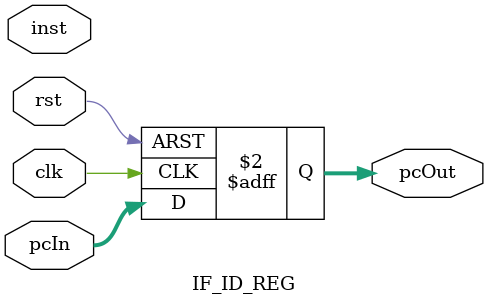
<source format=v>
module IF_ID_REG(input clk, rst, input [31:0] pcIn, input [31:0] inst, output reg[31:0] pcOut);

	always@(posedge clk, posedge rst) begin
		if(rst)
			pcOut <= 32'b0;
		else 
			pcOut <= pcIn;
	end

endmodule
</source>
